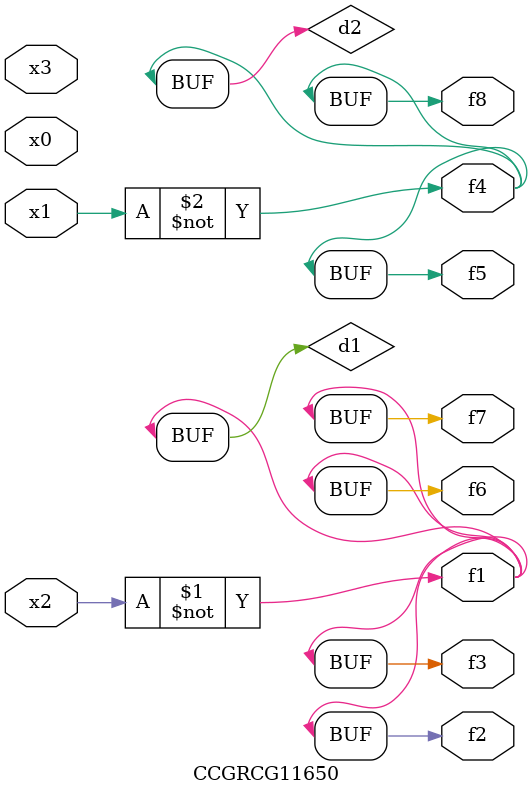
<source format=v>
module CCGRCG11650(
	input x0, x1, x2, x3,
	output f1, f2, f3, f4, f5, f6, f7, f8
);

	wire d1, d2;

	xnor (d1, x2);
	not (d2, x1);
	assign f1 = d1;
	assign f2 = d1;
	assign f3 = d1;
	assign f4 = d2;
	assign f5 = d2;
	assign f6 = d1;
	assign f7 = d1;
	assign f8 = d2;
endmodule

</source>
